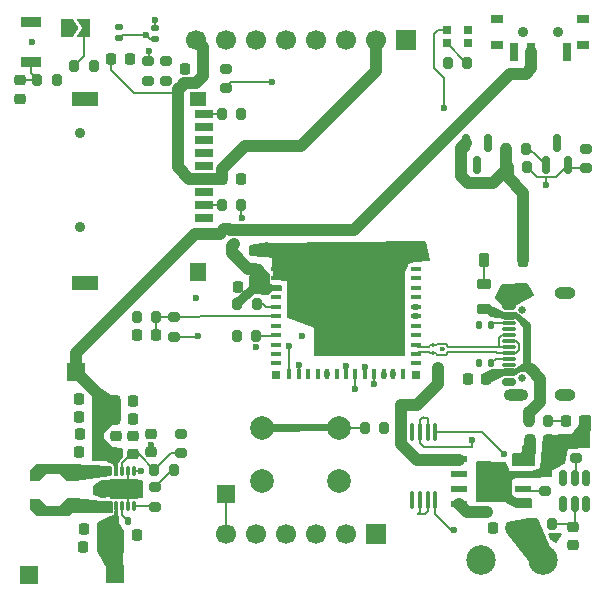
<source format=gbr>
%TF.GenerationSoftware,KiCad,Pcbnew,9.0.1*%
%TF.CreationDate,2025-09-05T18:40:03+02:00*%
%TF.ProjectId,cartouche v1,63617274-6f75-4636-9865-2076312e6b69,rev?*%
%TF.SameCoordinates,Original*%
%TF.FileFunction,Copper,L1,Top*%
%TF.FilePolarity,Positive*%
%FSLAX46Y46*%
G04 Gerber Fmt 4.6, Leading zero omitted, Abs format (unit mm)*
G04 Created by KiCad (PCBNEW 9.0.1) date 2025-09-05 18:40:03*
%MOMM*%
%LPD*%
G01*
G04 APERTURE LIST*
G04 Aperture macros list*
%AMRoundRect*
0 Rectangle with rounded corners*
0 $1 Rounding radius*
0 $2 $3 $4 $5 $6 $7 $8 $9 X,Y pos of 4 corners*
0 Add a 4 corners polygon primitive as box body*
4,1,4,$2,$3,$4,$5,$6,$7,$8,$9,$2,$3,0*
0 Add four circle primitives for the rounded corners*
1,1,$1+$1,$2,$3*
1,1,$1+$1,$4,$5*
1,1,$1+$1,$6,$7*
1,1,$1+$1,$8,$9*
0 Add four rect primitives between the rounded corners*
20,1,$1+$1,$2,$3,$4,$5,0*
20,1,$1+$1,$4,$5,$6,$7,0*
20,1,$1+$1,$6,$7,$8,$9,0*
20,1,$1+$1,$8,$9,$2,$3,0*%
%AMFreePoly0*
4,1,11,1.015000,1.170000,0.435000,0.575000,0.435000,-0.575000,1.015000,-1.170000,1.015000,-1.945000,0.125000,-1.945000,-0.435000,-1.395000,-0.435000,1.395000,0.125000,1.945000,1.015000,1.945000,1.015000,1.170000,1.015000,1.170000,$1*%
%AMFreePoly1*
4,1,11,0.435000,1.395000,0.435000,-1.395000,-0.125000,-1.945000,-1.015000,-1.945000,-1.015000,-1.170000,-0.435000,-0.575000,-0.435000,0.575000,-1.015000,1.170000,-1.015000,1.945000,-0.125000,1.945000,0.435000,1.395000,0.435000,1.395000,$1*%
%AMFreePoly2*
4,1,6,1.000000,0.000000,0.500000,-0.750000,-0.500000,-0.750000,-0.500000,0.750000,0.500000,0.750000,1.000000,0.000000,1.000000,0.000000,$1*%
%AMFreePoly3*
4,1,6,0.500000,-0.750000,-0.650000,-0.750000,-0.150000,0.000000,-0.650000,0.750000,0.500000,0.750000,0.500000,-0.750000,0.500000,-0.750000,$1*%
G04 Aperture macros list end*
%TA.AperFunction,Conductor*%
%ADD10C,0.200000*%
%TD*%
%TA.AperFunction,NonConductor*%
%ADD11C,0.200000*%
%TD*%
%TA.AperFunction,ComponentPad*%
%ADD12C,0.650000*%
%TD*%
%TA.AperFunction,SMDPad,CuDef*%
%ADD13RoundRect,0.150000X0.425000X-0.150000X0.425000X0.150000X-0.425000X0.150000X-0.425000X-0.150000X0*%
%TD*%
%TA.AperFunction,SMDPad,CuDef*%
%ADD14RoundRect,0.075000X0.500000X-0.075000X0.500000X0.075000X-0.500000X0.075000X-0.500000X-0.075000X0*%
%TD*%
%TA.AperFunction,HeatsinkPad*%
%ADD15O,2.100000X1.000000*%
%TD*%
%TA.AperFunction,HeatsinkPad*%
%ADD16O,1.800000X1.000000*%
%TD*%
%TA.AperFunction,SMDPad,CuDef*%
%ADD17R,1.000000X0.800000*%
%TD*%
%TA.AperFunction,ComponentPad*%
%ADD18C,0.900000*%
%TD*%
%TA.AperFunction,SMDPad,CuDef*%
%ADD19R,0.700000X1.500000*%
%TD*%
%TA.AperFunction,SMDPad,CuDef*%
%ADD20R,1.600000X0.700000*%
%TD*%
%TA.AperFunction,SMDPad,CuDef*%
%ADD21R,2.200000X1.200000*%
%TD*%
%TA.AperFunction,SMDPad,CuDef*%
%ADD22R,1.400000X1.600000*%
%TD*%
%TA.AperFunction,SMDPad,CuDef*%
%ADD23R,1.400000X1.200000*%
%TD*%
%TA.AperFunction,SMDPad,CuDef*%
%ADD24RoundRect,0.200000X0.200000X0.275000X-0.200000X0.275000X-0.200000X-0.275000X0.200000X-0.275000X0*%
%TD*%
%TA.AperFunction,SMDPad,CuDef*%
%ADD25RoundRect,0.200000X-0.200000X-0.275000X0.200000X-0.275000X0.200000X0.275000X-0.200000X0.275000X0*%
%TD*%
%TA.AperFunction,SMDPad,CuDef*%
%ADD26RoundRect,0.200000X-0.275000X0.200000X-0.275000X-0.200000X0.275000X-0.200000X0.275000X0.200000X0*%
%TD*%
%TA.AperFunction,SMDPad,CuDef*%
%ADD27RoundRect,0.135000X0.135000X0.185000X-0.135000X0.185000X-0.135000X-0.185000X0.135000X-0.185000X0*%
%TD*%
%TA.AperFunction,SMDPad,CuDef*%
%ADD28RoundRect,0.200000X0.275000X-0.200000X0.275000X0.200000X-0.275000X0.200000X-0.275000X-0.200000X0*%
%TD*%
%TA.AperFunction,SMDPad,CuDef*%
%ADD29RoundRect,0.075000X-0.075000X0.075000X-0.075000X-0.075000X0.075000X-0.075000X0.075000X0.075000X0*%
%TD*%
%TA.AperFunction,SMDPad,CuDef*%
%ADD30RoundRect,0.225000X0.225000X0.250000X-0.225000X0.250000X-0.225000X-0.250000X0.225000X-0.250000X0*%
%TD*%
%TA.AperFunction,SMDPad,CuDef*%
%ADD31RoundRect,0.225000X-0.225000X-0.250000X0.225000X-0.250000X0.225000X0.250000X-0.225000X0.250000X0*%
%TD*%
%TA.AperFunction,SMDPad,CuDef*%
%ADD32R,1.500000X1.500000*%
%TD*%
%TA.AperFunction,SMDPad,CuDef*%
%ADD33R,0.280000X0.280000*%
%TD*%
%TA.AperFunction,SMDPad,CuDef*%
%ADD34O,0.280000X0.850000*%
%TD*%
%TA.AperFunction,SMDPad,CuDef*%
%ADD35R,0.600000X0.230000*%
%TD*%
%TA.AperFunction,SMDPad,CuDef*%
%ADD36R,0.700000X0.250000*%
%TD*%
%TA.AperFunction,SMDPad,CuDef*%
%ADD37R,0.900000X0.650000*%
%TD*%
%TA.AperFunction,SMDPad,CuDef*%
%ADD38R,2.150000X1.700000*%
%TD*%
%TA.AperFunction,ComponentPad*%
%ADD39C,2.000000*%
%TD*%
%TA.AperFunction,SMDPad,CuDef*%
%ADD40RoundRect,0.225000X-0.250000X0.225000X-0.250000X-0.225000X0.250000X-0.225000X0.250000X0.225000X0*%
%TD*%
%TA.AperFunction,SMDPad,CuDef*%
%ADD41R,0.700000X0.700000*%
%TD*%
%TA.AperFunction,SMDPad,CuDef*%
%ADD42RoundRect,0.225000X0.225000X0.375000X-0.225000X0.375000X-0.225000X-0.375000X0.225000X-0.375000X0*%
%TD*%
%TA.AperFunction,SMDPad,CuDef*%
%ADD43FreePoly0,90.000000*%
%TD*%
%TA.AperFunction,SMDPad,CuDef*%
%ADD44FreePoly1,90.000000*%
%TD*%
%TA.AperFunction,SMDPad,CuDef*%
%ADD45RoundRect,0.150000X0.150000X-0.587500X0.150000X0.587500X-0.150000X0.587500X-0.150000X-0.587500X0*%
%TD*%
%TA.AperFunction,SMDPad,CuDef*%
%ADD46R,1.700000X0.900000*%
%TD*%
%TA.AperFunction,SMDPad,CuDef*%
%ADD47RoundRect,0.147500X0.172500X-0.147500X0.172500X0.147500X-0.172500X0.147500X-0.172500X-0.147500X0*%
%TD*%
%TA.AperFunction,SMDPad,CuDef*%
%ADD48RoundRect,0.218750X0.381250X-0.218750X0.381250X0.218750X-0.381250X0.218750X-0.381250X-0.218750X0*%
%TD*%
%TA.AperFunction,ComponentPad*%
%ADD49R,1.700000X1.700000*%
%TD*%
%TA.AperFunction,ComponentPad*%
%ADD50C,1.700000*%
%TD*%
%TA.AperFunction,SMDPad,CuDef*%
%ADD51R,1.454899X0.558000*%
%TD*%
%TA.AperFunction,SMDPad,CuDef*%
%ADD52R,2.514600X3.403600*%
%TD*%
%TA.AperFunction,SMDPad,CuDef*%
%ADD53RoundRect,0.135000X-0.135000X-0.185000X0.135000X-0.185000X0.135000X0.185000X-0.135000X0.185000X0*%
%TD*%
%TA.AperFunction,SMDPad,CuDef*%
%ADD54RoundRect,0.225000X0.250000X-0.225000X0.250000X0.225000X-0.250000X0.225000X-0.250000X-0.225000X0*%
%TD*%
%TA.AperFunction,SMDPad,CuDef*%
%ADD55RoundRect,0.150000X-0.150000X0.512500X-0.150000X-0.512500X0.150000X-0.512500X0.150000X0.512500X0*%
%TD*%
%TA.AperFunction,SMDPad,CuDef*%
%ADD56FreePoly2,0.000000*%
%TD*%
%TA.AperFunction,SMDPad,CuDef*%
%ADD57FreePoly3,0.000000*%
%TD*%
%TA.AperFunction,SMDPad,CuDef*%
%ADD58RoundRect,0.150000X-0.150000X0.587500X-0.150000X-0.587500X0.150000X-0.587500X0.150000X0.587500X0*%
%TD*%
%TA.AperFunction,SMDPad,CuDef*%
%ADD59R,0.812800X0.406400*%
%TD*%
%TA.AperFunction,SMDPad,CuDef*%
%ADD60R,0.406400X0.812800*%
%TD*%
%TA.AperFunction,SMDPad,CuDef*%
%ADD61R,1.447800X1.447800*%
%TD*%
%TA.AperFunction,SMDPad,CuDef*%
%ADD62R,0.711200X0.711200*%
%TD*%
%TA.AperFunction,SMDPad,CuDef*%
%ADD63RoundRect,0.100000X0.100000X-0.637500X0.100000X0.637500X-0.100000X0.637500X-0.100000X-0.637500X0*%
%TD*%
%TA.AperFunction,SMDPad,CuDef*%
%ADD64C,2.500000*%
%TD*%
%TA.AperFunction,SMDPad,CuDef*%
%ADD65RoundRect,0.218750X0.218750X0.256250X-0.218750X0.256250X-0.218750X-0.256250X0.218750X-0.256250X0*%
%TD*%
%TA.AperFunction,ViaPad*%
%ADD66C,0.600000*%
%TD*%
%TA.AperFunction,ViaPad*%
%ADD67C,0.450000*%
%TD*%
%TA.AperFunction,Conductor*%
%ADD68C,1.000000*%
%TD*%
%TA.AperFunction,Conductor*%
%ADD69C,0.500000*%
%TD*%
%TA.AperFunction,Conductor*%
%ADD70C,0.100000*%
%TD*%
G04 APERTURE END LIST*
D10*
%TO.N,GND*%
X148075000Y-99675000D02*
X146050000Y-99475000D01*
X145975000Y-99450000D01*
X146000000Y-98750000D01*
X147525000Y-98500000D01*
X148075000Y-99675000D01*
%TA.AperFunction,Conductor*%
G36*
X148075000Y-99675000D02*
G01*
X146050000Y-99475000D01*
X145975000Y-99450000D01*
X146000000Y-98750000D01*
X147525000Y-98500000D01*
X148075000Y-99675000D01*
G37*
%TD.AperFunction*%
X174700000Y-115800000D02*
X172850000Y-115895000D01*
X172550000Y-117125000D01*
X171425000Y-117700000D01*
X171425000Y-118225000D01*
X169775000Y-118350000D01*
X168400000Y-118350000D01*
X168100000Y-118550000D01*
X168100000Y-119825000D01*
X168525000Y-120200000D01*
X169800000Y-120175000D01*
X169800000Y-120825000D01*
X168450000Y-120825000D01*
X167550000Y-120325000D01*
X165225000Y-120350000D01*
X165200000Y-117075000D01*
X167600000Y-117100000D01*
X167925000Y-117900000D01*
X169825000Y-117850000D01*
X170625000Y-117600000D01*
X170900000Y-114850000D01*
X173250000Y-114750000D01*
X173900000Y-113875000D01*
X173900000Y-113225000D01*
X174725000Y-113175000D01*
X174700000Y-115800000D01*
%TA.AperFunction,Conductor*%
G36*
X174700000Y-115800000D02*
G01*
X172850000Y-115895000D01*
X172550000Y-117125000D01*
X171425000Y-117700000D01*
X171425000Y-118225000D01*
X169775000Y-118350000D01*
X168400000Y-118350000D01*
X168100000Y-118550000D01*
X168100000Y-119825000D01*
X168525000Y-120200000D01*
X169800000Y-120175000D01*
X169800000Y-120825000D01*
X168450000Y-120825000D01*
X167550000Y-120325000D01*
X165225000Y-120350000D01*
X165200000Y-117075000D01*
X167600000Y-117100000D01*
X167925000Y-117900000D01*
X169825000Y-117850000D01*
X170625000Y-117600000D01*
X170900000Y-114850000D01*
X173250000Y-114750000D01*
X173900000Y-113875000D01*
X173900000Y-113225000D01*
X174725000Y-113175000D01*
X174700000Y-115800000D01*
G37*
%TD.AperFunction*%
%TO.N,Vin*%
X134825000Y-122175000D02*
X135175000Y-122950000D01*
X135175000Y-123575000D01*
X135150000Y-125950000D01*
X133850000Y-125950000D01*
X133125000Y-124550000D01*
X133125000Y-122237500D01*
X134544066Y-121527967D01*
X134598134Y-120969216D01*
X134675000Y-120950000D01*
X134825000Y-122175000D01*
%TA.AperFunction,Conductor*%
G36*
X134825000Y-122175000D02*
G01*
X135175000Y-122950000D01*
X135175000Y-123575000D01*
X135150000Y-125950000D01*
X133850000Y-125950000D01*
X133125000Y-124550000D01*
X133125000Y-122237500D01*
X134544066Y-121527967D01*
X134598134Y-120969216D01*
X134675000Y-120950000D01*
X134825000Y-122175000D01*
G37*
%TD.AperFunction*%
%TO.N,GND*%
X161150000Y-99925000D02*
X159975000Y-100000000D01*
X159325000Y-100200000D01*
X159050000Y-100925000D01*
X159025000Y-108025000D01*
X151500000Y-108000000D01*
X151450000Y-105575000D01*
X149225000Y-104800000D01*
X149150000Y-101600000D01*
X148025000Y-101550000D01*
X148000000Y-101550000D01*
X147950000Y-99550000D01*
X147375000Y-98550000D01*
X160825000Y-98375000D01*
X161150000Y-99925000D01*
%TA.AperFunction,Conductor*%
G36*
X161150000Y-99925000D02*
G01*
X159975000Y-100000000D01*
X159325000Y-100200000D01*
X159050000Y-100925000D01*
X159025000Y-108025000D01*
X151500000Y-108000000D01*
X151450000Y-105575000D01*
X149225000Y-104800000D01*
X149150000Y-101600000D01*
X148025000Y-101550000D01*
X148000000Y-101550000D01*
X147950000Y-99550000D01*
X147375000Y-98550000D01*
X160825000Y-98375000D01*
X161150000Y-99925000D01*
G37*
%TD.AperFunction*%
%TO.N,Net-(R3-Pad2)*%
X152750000Y-114375000D02*
X147700000Y-114425000D01*
X147700000Y-113925000D01*
X152775000Y-113925000D01*
X152750000Y-114375000D01*
%TA.AperFunction,Conductor*%
G36*
X152750000Y-114375000D02*
G01*
X147700000Y-114425000D01*
X147700000Y-113925000D01*
X152775000Y-113925000D01*
X152750000Y-114375000D01*
G37*
%TD.AperFunction*%
%TO.N,Net-(C18-Pad2)*%
X168350000Y-109650000D02*
X167450000Y-109650000D01*
X166250000Y-110300000D01*
X165650000Y-110300000D01*
X165650000Y-109700000D01*
X166450000Y-109250000D01*
X168350000Y-109250000D01*
X168350000Y-109650000D01*
%TA.AperFunction,Conductor*%
G36*
X168350000Y-109650000D02*
G01*
X167450000Y-109650000D01*
X166250000Y-110300000D01*
X165650000Y-110300000D01*
X165650000Y-109700000D01*
X166450000Y-109250000D01*
X168350000Y-109250000D01*
X168350000Y-109650000D01*
G37*
%TD.AperFunction*%
%TO.N,3v3*%
X134750000Y-115900000D02*
X135100000Y-115900000D01*
X135100000Y-116650000D01*
X134750000Y-117150000D01*
X134750000Y-118150000D01*
X134500000Y-118150000D01*
X134500000Y-117400000D01*
X134368750Y-117137499D01*
X134030433Y-117002172D01*
X133900000Y-116850000D01*
X132700000Y-116850000D01*
X132700000Y-115850000D01*
X134650000Y-115850000D01*
X134750000Y-115900000D01*
%TA.AperFunction,Conductor*%
G36*
X134750000Y-115900000D02*
G01*
X135100000Y-115900000D01*
X135100000Y-116650000D01*
X134750000Y-117150000D01*
X134750000Y-118150000D01*
X134500000Y-118150000D01*
X134500000Y-117400000D01*
X134368750Y-117137499D01*
X134030433Y-117002172D01*
X133900000Y-116850000D01*
X132700000Y-116850000D01*
X132700000Y-115850000D01*
X134650000Y-115850000D01*
X134750000Y-115900000D01*
G37*
%TD.AperFunction*%
%TO.N,GND*%
X169925000Y-102925000D02*
X168227833Y-103873416D01*
X168250000Y-103875000D01*
X168225000Y-103875000D01*
X167525000Y-103875000D01*
X166800000Y-103050000D01*
X167325000Y-102050000D01*
X169450000Y-102000000D01*
X169925000Y-102925000D01*
%TA.AperFunction,Conductor*%
G36*
X169925000Y-102925000D02*
G01*
X168227833Y-103873416D01*
X168250000Y-103875000D01*
X168225000Y-103875000D01*
X167525000Y-103875000D01*
X166800000Y-103050000D01*
X167325000Y-102050000D01*
X169450000Y-102000000D01*
X169925000Y-102925000D01*
G37*
%TD.AperFunction*%
%TO.N,Net-(C18-Pad2)*%
X167450000Y-104450000D02*
X168450000Y-104400000D01*
X169700000Y-105350000D01*
X169650000Y-109050000D01*
X169200000Y-109350000D01*
X168850000Y-109350000D01*
X168350000Y-109650000D01*
X168250000Y-109300000D01*
X169200000Y-108715384D01*
X169200000Y-105629998D01*
X168490910Y-104850000D01*
X167450000Y-104850000D01*
X166400000Y-104650000D01*
X166150000Y-104350000D01*
X165350000Y-104350000D01*
X165350000Y-103800000D01*
X166200000Y-103800000D01*
X167450000Y-104450000D01*
%TA.AperFunction,Conductor*%
G36*
X167450000Y-104450000D02*
G01*
X168450000Y-104400000D01*
X169700000Y-105350000D01*
X169650000Y-109050000D01*
X169200000Y-109350000D01*
X168850000Y-109350000D01*
X168350000Y-109650000D01*
X168250000Y-109300000D01*
X169200000Y-108715384D01*
X169200000Y-105629998D01*
X168490910Y-104850000D01*
X167450000Y-104850000D01*
X166400000Y-104650000D01*
X166150000Y-104350000D01*
X165350000Y-104350000D01*
X165350000Y-103800000D01*
X166200000Y-103800000D01*
X167450000Y-104450000D01*
G37*
%TD.AperFunction*%
%TO.N,Net-(U_polux1-L2)*%
X134150000Y-117500000D02*
X134150000Y-118150000D01*
X131250000Y-118600000D01*
X130500000Y-118600000D01*
X130650000Y-117300000D01*
X130850000Y-117300000D01*
X134150000Y-117500000D01*
%TA.AperFunction,Conductor*%
G36*
X134150000Y-117500000D02*
G01*
X134150000Y-118150000D01*
X131250000Y-118600000D01*
X130500000Y-118600000D01*
X130650000Y-117300000D01*
X130850000Y-117300000D01*
X134150000Y-117500000D01*
G37*
%TD.AperFunction*%
%TO.N,GND*%
X134125000Y-119950000D02*
X133425000Y-119975000D01*
X132750000Y-119750000D01*
X132750000Y-119075000D01*
X133450000Y-118625000D01*
X134100000Y-118625000D01*
X134125000Y-119950000D01*
%TA.AperFunction,Conductor*%
G36*
X134125000Y-119950000D02*
G01*
X133425000Y-119975000D01*
X132750000Y-119750000D01*
X132750000Y-119075000D01*
X133450000Y-118625000D01*
X134100000Y-118625000D01*
X134125000Y-119950000D01*
G37*
%TD.AperFunction*%
%TO.N,Vout3v3*%
X147550000Y-101250000D02*
X147600000Y-102000000D01*
X147850000Y-102100000D01*
X148600000Y-102100000D01*
X148600000Y-102500000D01*
X147800000Y-102500000D01*
X147500000Y-102800000D01*
X146300000Y-102700000D01*
X145200000Y-103750000D01*
X144700000Y-103700000D01*
X144700000Y-103300000D01*
X146000000Y-102250000D01*
X146050000Y-100400000D01*
X146800000Y-100400000D01*
X147550000Y-101250000D01*
%TA.AperFunction,Conductor*%
G36*
X147550000Y-101250000D02*
G01*
X147600000Y-102000000D01*
X147850000Y-102100000D01*
X148600000Y-102100000D01*
X148600000Y-102500000D01*
X147800000Y-102500000D01*
X147500000Y-102800000D01*
X146300000Y-102700000D01*
X145200000Y-103750000D01*
X144700000Y-103700000D01*
X144700000Y-103300000D01*
X146000000Y-102250000D01*
X146050000Y-100400000D01*
X146800000Y-100400000D01*
X147550000Y-101250000D01*
G37*
%TD.AperFunction*%
%TO.N,Net-(U_polux1-L1)*%
X133350000Y-120450000D02*
X134250000Y-120450000D01*
X134250000Y-121250000D01*
X130450000Y-121250000D01*
X130500000Y-120150000D01*
X131200000Y-120150000D01*
X133350000Y-120450000D01*
%TA.AperFunction,Conductor*%
G36*
X133350000Y-120450000D02*
G01*
X134250000Y-120450000D01*
X134250000Y-121250000D01*
X130450000Y-121250000D01*
X130500000Y-120150000D01*
X131200000Y-120150000D01*
X133350000Y-120450000D01*
G37*
%TD.AperFunction*%
D11*
X170050000Y-117300000D02*
X168250000Y-117300000D01*
X168200000Y-116350000D01*
X170050000Y-116350000D01*
X170050000Y-117300000D01*
%TA.AperFunction,NonConductor*%
G36*
X170050000Y-117300000D02*
G01*
X168250000Y-117300000D01*
X168200000Y-116350000D01*
X170050000Y-116350000D01*
X170050000Y-117300000D01*
G37*
%TD.AperFunction*%
D10*
%TO.N,GND*%
X136850000Y-118625000D02*
X136825000Y-119975000D01*
X136125000Y-120050000D01*
X136100000Y-118550000D01*
X136850000Y-118625000D01*
%TA.AperFunction,Conductor*%
G36*
X136850000Y-118625000D02*
G01*
X136825000Y-119975000D01*
X136125000Y-120050000D01*
X136100000Y-118550000D01*
X136850000Y-118625000D01*
G37*
%TD.AperFunction*%
%TO.N,3v3*%
X134250000Y-111500000D02*
X133400000Y-111450000D01*
X133250000Y-110900000D01*
X134250000Y-111500000D01*
%TA.AperFunction,Conductor*%
G36*
X134250000Y-111500000D02*
G01*
X133400000Y-111450000D01*
X133250000Y-110900000D01*
X134250000Y-111500000D01*
G37*
%TD.AperFunction*%
D11*
X171875000Y-123825000D02*
X171475000Y-123600000D01*
X171275000Y-123150000D01*
X172300000Y-123125000D01*
X171875000Y-123825000D01*
%TA.AperFunction,NonConductor*%
G36*
X171875000Y-123825000D02*
G01*
X171475000Y-123600000D01*
X171275000Y-123150000D01*
X172300000Y-123125000D01*
X171875000Y-123825000D01*
G37*
%TD.AperFunction*%
D10*
%TO.N,OUT+*%
X171300000Y-124200000D02*
X170800000Y-125300000D01*
X169600000Y-125300000D01*
X167750000Y-122950000D01*
X167700000Y-122200000D01*
X169550000Y-121850000D01*
X170250000Y-121850000D01*
X171300000Y-124200000D01*
%TA.AperFunction,Conductor*%
G36*
X171300000Y-124200000D02*
G01*
X170800000Y-125300000D01*
X169600000Y-125300000D01*
X167750000Y-122950000D01*
X167700000Y-122200000D01*
X169550000Y-121850000D01*
X170250000Y-121850000D01*
X171300000Y-124200000D01*
G37*
%TD.AperFunction*%
%TD*%
D12*
%TO.P,USB-C,*%
%TO.N,*%
X168985000Y-109940000D03*
X168985000Y-104160000D03*
D13*
%TO.P,USB-C,A1,GND*%
%TO.N,GND*%
X167910000Y-110250000D03*
%TO.P,USB-C,A4,VBUS*%
%TO.N,Net-(C18-Pad2)*%
X167910000Y-109450000D03*
D14*
%TO.P,USB-C,A5,CC1*%
%TO.N,Net-(J1-CC1)*%
X167910000Y-108300000D03*
%TO.P,USB-C,A6,D+*%
%TO.N,D+*%
X167910000Y-107300000D03*
%TO.P,USB-C,A7,D-*%
%TO.N,D-*%
X167910000Y-106800000D03*
%TO.P,USB-C,A8,SBU1*%
%TO.N,unconnected-(J1-SBU1-PadA8)*%
X167910000Y-105800000D03*
D13*
%TO.P,USB-C,A9,VBUS*%
%TO.N,Net-(C18-Pad2)*%
X167910000Y-104650000D03*
%TO.P,USB-C,A12,GND*%
%TO.N,GND*%
X167910000Y-103850000D03*
%TO.P,USB-C,B1,GND*%
X167910000Y-103850000D03*
%TO.P,USB-C,B4,VBUS*%
%TO.N,Net-(C18-Pad2)*%
X167910000Y-104650000D03*
D14*
%TO.P,USB-C,B5,CC2*%
%TO.N,Net-(J1-CC2)*%
X167910000Y-105300000D03*
%TO.P,USB-C,B6,D+*%
%TO.N,D+*%
X167910000Y-106300000D03*
%TO.P,USB-C,B7,D-*%
%TO.N,D-*%
X167910000Y-107800000D03*
%TO.P,USB-C,B8,SBU2*%
%TO.N,unconnected-(J1-SBU2-PadB8)*%
X167910000Y-108800000D03*
D13*
%TO.P,USB-C,B9,VBUS*%
%TO.N,Net-(C18-Pad2)*%
X167910000Y-109450000D03*
%TO.P,USB-C,B12,GND*%
%TO.N,GND*%
X167910000Y-110250000D03*
D15*
%TO.P,USB-C,S1,SHIELD*%
X168485000Y-111370000D03*
D16*
X172665000Y-111370000D03*
D15*
X168485000Y-102730000D03*
D16*
X172665000Y-102730000D03*
%TD*%
D17*
%TO.P,switch_ON/OFF,*%
%TO.N,*%
X174200000Y-81710000D03*
X174200000Y-79500000D03*
D18*
X172050000Y-80600000D03*
X169050000Y-80600000D03*
D17*
X166900000Y-81710000D03*
X166900000Y-79500000D03*
D19*
%TO.P,switch_ON/OFF,1,1*%
%TO.N,Vout3v3*%
X172800000Y-82360000D03*
%TO.P,switch_ON/OFF,2,2*%
%TO.N,3v3*%
X169800000Y-82360000D03*
%TO.P,switch_ON/OFF,3,3*%
%TO.N,Vout3v3*%
X168300000Y-82360000D03*
%TD*%
D18*
%TO.P,MicroSD,*%
%TO.N,*%
X131587500Y-97150000D03*
X131587500Y-89150000D03*
D20*
%TO.P,MicroSD,1,1*%
%TO.N,unconnected-(U2-Pad1)*%
X142087500Y-96350000D03*
%TO.P,MicroSD,2,2*%
%TO.N,Net-(R18-Pad1)*%
X142087500Y-95250000D03*
%TO.P,MicroSD,3,3*%
%TO.N,SPI MOSI*%
X142087500Y-94150000D03*
%TO.P,MicroSD,4,4*%
%TO.N,Vout3v3*%
X142087500Y-93050000D03*
%TO.P,MicroSD,5,5*%
%TO.N,SPI SCK*%
X142087500Y-91950000D03*
%TO.P,MicroSD,6,6*%
%TO.N,GND*%
X142087500Y-90850000D03*
%TO.P,MicroSD,7,7*%
%TO.N,SPI MISO*%
X142087500Y-89750000D03*
%TO.P,MicroSD,8,8*%
%TO.N,unconnected-(U2-Pad8)*%
X142087500Y-88650000D03*
%TO.P,MicroSD,9,CD*%
%TO.N,Net-(U2-CD)*%
X142087500Y-87550000D03*
D21*
%TO.P,MicroSD,SH,SH*%
%TO.N,GND*%
X131987500Y-101850000D03*
D22*
X141587500Y-100950000D03*
D21*
X131987500Y-86350000D03*
D23*
X141587500Y-86350000D03*
%TD*%
D24*
%TO.P,R4,1,1*%
%TO.N,SW-reset*%
X129625000Y-84700000D03*
%TO.P,R4,2,2*%
%TO.N,Net-(C3-Pad1)*%
X127975000Y-84700000D03*
%TD*%
D25*
%TO.P,R13,1,1*%
%TO.N,Net-(U_polux1-FB)*%
X137875000Y-117700000D03*
%TO.P,R13,2,2*%
%TO.N,3v3*%
X139525000Y-117700000D03*
%TD*%
D26*
%TO.P,R24,1,1*%
%TO.N,Net-(U_TC4056A1-CHRG)*%
X138850000Y-83125000D03*
%TO.P,R24,2,2*%
%TO.N,Net-(LED2-K)*%
X138850000Y-84775000D03*
%TD*%
D27*
%TO.P,R16,1,1*%
%TO.N,Net-(J1-CC1)*%
X166410000Y-108650000D03*
%TO.P,R16,2,2*%
%TO.N,GND*%
X165390000Y-108650000D03*
%TD*%
D28*
%TO.P,R21,1,1*%
%TO.N,CS \u00C9cran*%
X143900000Y-85400000D03*
%TO.P,R21,2,2*%
%TO.N,Net-(U3-CS)*%
X143900000Y-83750000D03*
%TD*%
D29*
%TO.P,U1,1,D+*%
%TO.N,D+*%
X161475000Y-107150000D03*
%TO.P,U1,2,D-*%
%TO.N,D-*%
X161475000Y-107850000D03*
%TO.P,U1,3,GND*%
%TO.N,GND*%
X162325000Y-107500000D03*
%TD*%
D30*
%TO.P,C4,1,1*%
%TO.N,TENSION*%
X137975000Y-106300000D03*
%TO.P,C4,2,2*%
%TO.N,GND*%
X136425000Y-106300000D03*
%TD*%
D31*
%TO.P,C18,1,1*%
%TO.N,GND*%
X164425000Y-110000000D03*
%TO.P,C18,2,2*%
%TO.N,Net-(C18-Pad2)*%
X165975000Y-110000000D03*
%TD*%
D32*
%TO.P,GND,1,1*%
%TO.N,GND*%
X127300000Y-126600000D03*
%TD*%
D33*
%TO.P,U_polux1,1,L1*%
%TO.N,Net-(U_polux1-L1)*%
X134125000Y-121060000D03*
D34*
X134125000Y-120775000D03*
D33*
%TO.P,U_polux1,2,VIN*%
%TO.N,Vin*%
X134625000Y-121060000D03*
D34*
X134625000Y-120775000D03*
D33*
%TO.P,U_polux1,3,EN*%
%TO.N,Net-(U_polux1-EN)*%
X135125000Y-121060000D03*
D34*
X135125000Y-120775000D03*
D33*
%TO.P,U_polux1,4,PS/SYNC*%
%TO.N,GND*%
X135625000Y-121060000D03*
D34*
X135625000Y-120775000D03*
D33*
%TO.P,U_polux1,5,PG*%
%TO.N,Net-(U_polux1-PG)*%
X136125000Y-121060000D03*
D34*
X136125000Y-120775000D03*
%TO.P,U_polux1,6,VAUX*%
%TO.N,Net-(U_polux1-VAUX)*%
X136125000Y-117825000D03*
D33*
X136125000Y-117540000D03*
D34*
%TO.P,U_polux1,7,GND*%
%TO.N,GND*%
X135625000Y-117825000D03*
D33*
X135625000Y-117540000D03*
D34*
%TO.P,U_polux1,8,FB*%
%TO.N,Net-(U_polux1-FB)*%
X135125000Y-117825000D03*
D33*
X135125000Y-117540000D03*
D34*
%TO.P,U_polux1,9,VOUT*%
%TO.N,3v3*%
X134625000Y-117825000D03*
D33*
X134625000Y-117540000D03*
D34*
%TO.P,U_polux1,10,L2*%
%TO.N,Net-(U_polux1-L2)*%
X134125000Y-117825000D03*
D33*
X134125000Y-117540000D03*
D35*
%TO.P,U_polux1,11,PAD*%
%TO.N,GND*%
X133700000Y-119900000D03*
D36*
X133700000Y-119900000D03*
D35*
X136550000Y-119900000D03*
D36*
X136550000Y-119900000D03*
D37*
X134565000Y-119735000D03*
X135685000Y-119735000D03*
D35*
X133700000Y-119500000D03*
D36*
X133700000Y-119500000D03*
D35*
X136550000Y-119500000D03*
D36*
X136550000Y-119500000D03*
D38*
X135125000Y-119300000D03*
D35*
X133700000Y-119100000D03*
D36*
X133700000Y-119100000D03*
D35*
X136550000Y-119100000D03*
D36*
X136550000Y-119100000D03*
D37*
X134565000Y-118865000D03*
X135685000Y-118865000D03*
D35*
X133700000Y-118700000D03*
D36*
X133700000Y-118700000D03*
D35*
X136550000Y-118700000D03*
D36*
X136550000Y-118700000D03*
%TD*%
D31*
%TO.P,C12,1,1*%
%TO.N,GND*%
X131525000Y-116200000D03*
%TO.P,C12,2,2*%
%TO.N,3v3*%
X133075000Y-116200000D03*
%TD*%
D26*
%TO.P,R10,1,1*%
%TO.N,GND*%
X174400000Y-90500000D03*
%TO.P,R10,2,2*%
%TO.N,Net-(Q1-S)*%
X174400000Y-92150000D03*
%TD*%
D39*
%TO.P,S1,1,1*%
%TO.N,Net-(R3-Pad2)*%
X147024999Y-114150000D03*
X153524999Y-114150000D03*
%TO.P,S1,2,2*%
%TO.N,GND*%
X147024999Y-118650000D03*
X153524999Y-118650000D03*
%TD*%
D40*
%TO.P,C11,1,1*%
%TO.N,GND*%
X134600000Y-114825000D03*
%TO.P,C11,2,2*%
%TO.N,3v3*%
X134600000Y-116375000D03*
%TD*%
D31*
%TO.P,C15,1,1*%
%TO.N,GND*%
X131525000Y-113200000D03*
%TO.P,C15,2,2*%
%TO.N,3v3*%
X133075000Y-113200000D03*
%TD*%
D41*
%TO.P,LED_RGB1,1,DO*%
%TO.N,unconnected-(LED_RGB1-DO-Pad1)*%
X164465000Y-81600000D03*
%TO.P,LED_RGB1,2,GND*%
%TO.N,GND*%
X164465000Y-80500000D03*
%TO.P,LED_RGB1,3,DI*%
%TO.N,LEDrgb*%
X162635000Y-80500000D03*
%TO.P,LED_RGB1,4,VDD*%
%TO.N,Net-(LED_RGB1-VDD)*%
X162635000Y-81600000D03*
%TD*%
D42*
%TO.P,D1,1,C*%
%TO.N,Vin*%
X169100000Y-99900000D03*
%TO.P,D1,2,A*%
%TO.N,+5V*%
X165800000Y-99900000D03*
%TD*%
D43*
%TO.P,U_coil_polux1,1,1*%
%TO.N,Net-(U_polux1-L1)*%
X129300000Y-121165000D03*
D44*
%TO.P,U_coil_polux1,2,2*%
%TO.N,Net-(U_polux1-L2)*%
X129300000Y-117635000D03*
%TD*%
D45*
%TO.P,Q1,1,G*%
%TO.N,Net-(Q1-G)*%
X171000000Y-91900000D03*
%TO.P,Q1,2,S*%
%TO.N,Net-(Q1-S)*%
X172900000Y-91900000D03*
%TO.P,Q1,3,D*%
%TO.N,GND*%
X171950000Y-90025000D03*
%TD*%
D26*
%TO.P,R14,1,1*%
%TO.N,GND*%
X140100000Y-114650000D03*
%TO.P,R14,2,2*%
%TO.N,Net-(U_polux1-FB)*%
X140100000Y-116300000D03*
%TD*%
D25*
%TO.P,R18,1,1*%
%TO.N,Net-(R18-Pad1)*%
X143575000Y-95300000D03*
%TO.P,R18,2,2*%
%TO.N,CS_sdcard*%
X145225000Y-95300000D03*
%TD*%
D46*
%TO.P,SW1,1,1*%
%TO.N,GND*%
X127400000Y-79800000D03*
%TO.P,SW1,2,2*%
%TO.N,Net-(C3-Pad1)*%
X127400000Y-83200000D03*
%TD*%
D26*
%TO.P,R6,1,1*%
%TO.N,TENSION*%
X139500000Y-104775000D03*
%TO.P,R6,2,2*%
%TO.N,OUT+*%
X139500000Y-106425000D03*
%TD*%
D30*
%TO.P,C16,1,1*%
%TO.N,GND*%
X136075000Y-113400000D03*
%TO.P,C16,2,2*%
%TO.N,3v3*%
X134525000Y-113400000D03*
%TD*%
D47*
%TO.P,charge,1,A*%
%TO.N,+5V*%
X137950000Y-81235000D03*
%TO.P,charge,2,K*%
%TO.N,Net-(LED2-K)*%
X137950000Y-80265000D03*
%TD*%
D40*
%TO.P,C3,1,1*%
%TO.N,Net-(C3-Pad1)*%
X126500000Y-84725000D03*
%TO.P,C3,2,2*%
%TO.N,GND*%
X126500000Y-86275000D03*
%TD*%
D24*
%TO.P,R19,1,1*%
%TO.N,CD*%
X145225000Y-87600000D03*
%TO.P,R19,2,2*%
%TO.N,Net-(U2-CD)*%
X143575000Y-87600000D03*
%TD*%
D48*
%TO.P,L1,1,1*%
%TO.N,Net-(C18-Pad2)*%
X165800000Y-104112500D03*
%TO.P,L1,2,2*%
%TO.N,+5V*%
X165800000Y-101987500D03*
%TD*%
D24*
%TO.P,R3,1,1*%
%TO.N,SW-1*%
X157325000Y-114200000D03*
%TO.P,R3,2,2*%
%TO.N,Net-(R3-Pad2)*%
X155675000Y-114200000D03*
%TD*%
D32*
%TO.P,5V+1,1,1*%
%TO.N,+5V*%
X143900000Y-119750000D03*
%TD*%
D26*
%TO.P,R26,1,1*%
%TO.N,Net-(U_TC4056A1-STDBY)*%
X137350000Y-83125000D03*
%TO.P,R26,2,2*%
%TO.N,Net-(LED3-K)*%
X137350000Y-84775000D03*
%TD*%
D32*
%TO.P,VIN,1,1*%
%TO.N,Vin*%
X134500000Y-126500000D03*
%TD*%
D25*
%TO.P,R11,1,1*%
%TO.N,Vin*%
X167775000Y-92100000D03*
%TO.P,R11,2,2*%
%TO.N,Net-(Q1-S)*%
X169425000Y-92100000D03*
%TD*%
%TO.P,R1,1,1*%
%TO.N,Vout3v3*%
X144875000Y-103700000D03*
%TO.P,R1,2,2*%
%TO.N,GPIO2*%
X146525000Y-103700000D03*
%TD*%
D40*
%TO.P,C10,1,1*%
%TO.N,GND*%
X136100000Y-114825000D03*
%TO.P,C10,2,2*%
%TO.N,Net-(U_polux1-FB)*%
X136100000Y-116375000D03*
%TD*%
D30*
%TO.P,C7,1,1*%
%TO.N,GND*%
X136425000Y-123225000D03*
%TO.P,C7,2,2*%
%TO.N,Vin*%
X134875000Y-123225000D03*
%TD*%
D49*
%TO.P,SCREEN,1,GND*%
%TO.N,GND*%
X159164999Y-81300000D03*
D50*
%TO.P,SCREEN,2,VCC*%
%TO.N,Vout3v3*%
X156624999Y-81300000D03*
%TO.P,SCREEN,3,SCL*%
%TO.N,SPI SCK*%
X154084999Y-81300000D03*
%TO.P,SCREEN,4,SDA*%
%TO.N,SPI MOSI*%
X151544999Y-81300000D03*
%TO.P,SCREEN,5,RES*%
%TO.N,Net-(U3-RES)*%
X149004999Y-81300000D03*
%TO.P,SCREEN,6,DC*%
%TO.N,\u00C9cran D{slash}C*%
X146464999Y-81300000D03*
%TO.P,SCREEN,7,CS*%
%TO.N,Net-(U3-CS)*%
X143924999Y-81300000D03*
%TO.P,SCREEN,8,BLK*%
%TO.N,Vout3v3*%
X141384999Y-81300000D03*
%TD*%
D26*
%TO.P,R23,1,1*%
%TO.N,GND*%
X170978652Y-117870000D03*
%TO.P,R23,2,2*%
%TO.N,Net-(U_TC4056A1-PROG)*%
X170978652Y-119520000D03*
%TD*%
D51*
%TO.P,U_TC4056A1,1,TEMP*%
%TO.N,GND*%
X169121348Y-120605000D03*
D52*
X166400000Y-118700000D03*
D51*
%TO.P,U_TC4056A1,2,PROG*%
%TO.N,Net-(U_TC4056A1-PROG)*%
X169121348Y-119335000D03*
%TO.P,U_TC4056A1,3,GND*%
%TO.N,GND*%
X169121348Y-118065000D03*
%TO.P,U_TC4056A1,4,VCC*%
%TO.N,+5V*%
X169121348Y-116795000D03*
%TO.P,U_TC4056A1,5,BAT*%
%TO.N,OUT+*%
X163678652Y-116795000D03*
%TO.P,U_TC4056A1,6,STDBY*%
%TO.N,Net-(U_TC4056A1-STDBY)*%
X163678652Y-118065000D03*
%TO.P,U_TC4056A1,7,CHRG*%
%TO.N,Net-(U_TC4056A1-CHRG)*%
X163678652Y-119335000D03*
%TO.P,U_TC4056A1,8,CE*%
%TO.N,+5V*%
X163678652Y-120605000D03*
%TD*%
D53*
%TO.P,R15,1,1*%
%TO.N,GND*%
X165390000Y-105450000D03*
%TO.P,R15,2,2*%
%TO.N,Net-(J1-CC2)*%
X166410000Y-105450000D03*
%TD*%
D31*
%TO.P,C8,1,1*%
%TO.N,GND*%
X131875000Y-122725000D03*
%TO.P,C8,2,2*%
%TO.N,Vin*%
X133425000Y-122725000D03*
%TD*%
D40*
%TO.P,C1,1,1*%
%TO.N,GND*%
X146400000Y-99125000D03*
%TO.P,C1,2,2*%
%TO.N,Vout3v3*%
X146400000Y-100675000D03*
%TD*%
D24*
%TO.P,R20,1,1*%
%TO.N,SW-reset*%
X146500000Y-106400000D03*
%TO.P,R20,2,2*%
%TO.N,Net-(U3-RES)*%
X144850000Y-106400000D03*
%TD*%
%TO.P,R5,1*%
%TO.N,Boot Mode Select*%
X132725000Y-83550000D03*
%TO.P,R5,2*%
%TO.N,Net-(BMS1-B)*%
X131075000Y-83550000D03*
%TD*%
D31*
%TO.P,C6,1,1*%
%TO.N,GND*%
X131850000Y-124225000D03*
%TO.P,C6,2,2*%
%TO.N,Vin*%
X133400000Y-124225000D03*
%TD*%
D54*
%TO.P,C22,1,1*%
%TO.N,GND*%
X173300000Y-124075000D03*
%TO.P,C22,2,2*%
%TO.N,VCCfhd*%
X173300000Y-122525000D03*
%TD*%
D49*
%TO.P,J2,1,Pin_1*%
%TO.N,GND*%
X156624999Y-123100000D03*
D50*
%TO.P,J2,2,Pin_2*%
%TO.N,CS Console*%
X154084999Y-123100000D03*
%TO.P,J2,3,Pin_3*%
%TO.N,SPI MOSI*%
X151544999Y-123100000D03*
%TO.P,J2,4,Pin_4*%
%TO.N,SPI MISO*%
X149004999Y-123100000D03*
%TO.P,J2,5,Pin_5*%
%TO.N,SPI SCK*%
X146464999Y-123100000D03*
%TO.P,J2,6,Pin_6*%
%TO.N,+5V*%
X143924999Y-123100000D03*
%TD*%
D55*
%TO.P,U_DW01A1,1,OD*%
%TO.N,Net-(Q3-G2)*%
X174400000Y-118362500D03*
%TO.P,U_DW01A1,2,VM*%
%TO.N,Net-(U_DW01A1-VM)*%
X173450000Y-118362500D03*
%TO.P,U_DW01A1,3,OC*%
%TO.N,Net-(Q3-G1)*%
X172500000Y-118362500D03*
%TO.P,U_DW01A1,4,NC*%
%TO.N,unconnected-(U_DW01A1-NC-Pad4)*%
X172500000Y-120637500D03*
%TO.P,U_DW01A1,5,VCC*%
%TO.N,VCCfhd*%
X173450000Y-120637500D03*
%TO.P,U_DW01A1,6,GND*%
%TO.N,GND*%
X174400000Y-120637500D03*
%TD*%
D31*
%TO.P,C2,1,1*%
%TO.N,GND*%
X144925000Y-102200000D03*
%TO.P,C2,2,2*%
%TO.N,Vout3v3*%
X146475000Y-102200000D03*
%TD*%
%TO.P,C13,1,1*%
%TO.N,GND*%
X131525000Y-111700000D03*
%TO.P,C13,2,2*%
%TO.N,3v3*%
X133075000Y-111700000D03*
%TD*%
D56*
%TO.P,BMS,1,A*%
%TO.N,Vout3v3*%
X130500000Y-80300000D03*
D57*
%TO.P,BMS,2,B*%
%TO.N,Net-(BMS1-B)*%
X131950000Y-80300000D03*
%TD*%
D53*
%TO.P,R8,1,1*%
%TO.N,Vin*%
X134615000Y-122000000D03*
%TO.P,R8,2,2*%
%TO.N,Net-(U_polux1-EN)*%
X135635000Y-122000000D03*
%TD*%
D25*
%TO.P,R7,1,1*%
%TO.N,Vout3v3*%
X162725000Y-83250000D03*
%TO.P,R7,2,2*%
%TO.N,Net-(LED_RGB1-VDD)*%
X164375000Y-83250000D03*
%TD*%
D58*
%TO.P,Q2,1,G*%
%TO.N,Net-(Q1-S)*%
X166150000Y-90000000D03*
%TO.P,Q2,2,S*%
%TO.N,Vin*%
X164250000Y-90000000D03*
%TO.P,Q2,3,D*%
%TO.N,OUT+*%
X165200000Y-91875000D03*
%TD*%
D25*
%TO.P,R2,1,1*%
%TO.N,GND*%
X136375000Y-104800000D03*
%TO.P,R2,2,2*%
%TO.N,TENSION*%
X138025000Y-104800000D03*
%TD*%
D26*
%TO.P,R12,1,1*%
%TO.N,3v3*%
X137900000Y-119175000D03*
%TO.P,R12,2,2*%
%TO.N,Net-(U_polux1-PG)*%
X137900000Y-120825000D03*
%TD*%
D31*
%TO.P,C23,1,1*%
%TO.N,GND*%
X166550000Y-122600000D03*
%TO.P,C23,2,2*%
%TO.N,OUT+*%
X168100000Y-122600000D03*
%TD*%
D59*
%TO.P,ESP32-C3,1,GND*%
%TO.N,GND*%
X148200002Y-100700000D03*
%TO.P,ESP32-C3,2,GND*%
X148200002Y-101500001D03*
%TO.P,ESP32-C3,3,3V3*%
%TO.N,Vout3v3*%
X148200002Y-102300000D03*
%TO.P,ESP32-C3,4,NC*%
%TO.N,unconnected-(ESP32-C1-NC-Pad4)*%
X148200002Y-103100001D03*
%TO.P,ESP32-C3,5,IO2*%
%TO.N,GPIO2*%
X148200002Y-103899999D03*
%TO.P,ESP32-C3,6,IO3*%
%TO.N,TENSION*%
X148200002Y-104700000D03*
%TO.P,ESP32-C3,7,NC*%
%TO.N,unconnected-(ESP32-C1-NC-Pad7)*%
X148200002Y-105500001D03*
%TO.P,ESP32-C3,8,EN*%
%TO.N,SW-reset*%
X148200002Y-106299999D03*
%TO.P,ESP32-C3,9,NC*%
%TO.N,unconnected-(ESP32-C1-NC-Pad9)*%
X148200002Y-107100000D03*
%TO.P,ESP32-C3,10,NC*%
%TO.N,unconnected-(ESP32-C1-NC-Pad10)*%
X148200002Y-107899999D03*
%TO.P,ESP32-C3,11,GND*%
%TO.N,GND*%
X148200002Y-108700000D03*
D60*
%TO.P,ESP32-C3,12,IO0*%
%TO.N,\u00C9cran D{slash}C*%
X149299999Y-109600000D03*
%TO.P,ESP32-C3,13,IO1*%
%TO.N,CS \u00C9cran*%
X150100000Y-109600000D03*
%TO.P,ESP32-C3,14,GND*%
%TO.N,GND*%
X150900001Y-109600000D03*
%TO.P,ESP32-C3,15,NC*%
%TO.N,unconnected-(ESP32-C1-NC-Pad15)*%
X151700000Y-109600000D03*
%TO.P,ESP32-C3,16,IO10*%
%TO.N,CS_sdcard*%
X152500001Y-109600000D03*
%TO.P,ESP32-C3,17,NC*%
%TO.N,unconnected-(ESP32-C1-NC-Pad17)*%
X153299999Y-109600000D03*
%TO.P,ESP32-C3,18,IO4*%
%TO.N,CS Console*%
X154100000Y-109600000D03*
%TO.P,ESP32-C3,19,IO5*%
%TO.N,SPI MOSI*%
X154900001Y-109600000D03*
%TO.P,ESP32-C3,20,IO6*%
%TO.N,SPI SCK*%
X155699999Y-109600000D03*
%TO.P,ESP32-C3,21,IO7*%
%TO.N,SPI MISO*%
X156500000Y-109600000D03*
%TO.P,ESP32-C3,22,IO8*%
%TO.N,CD*%
X157299999Y-109600000D03*
%TO.P,ESP32-C3,23,IO9*%
%TO.N,Boot Mode Select*%
X158100000Y-109600000D03*
%TO.P,ESP32-C3,24,NC*%
%TO.N,unconnected-(ESP32-C1-NC-Pad24)*%
X158899998Y-109600000D03*
D59*
%TO.P,ESP32-C3,25,NC*%
%TO.N,unconnected-(ESP32-C1-NC-Pad25)*%
X159999998Y-108700000D03*
%TO.P,ESP32-C3,26,IO18*%
%TO.N,D-*%
X159999998Y-107899999D03*
%TO.P,ESP32-C3,27,IO19*%
%TO.N,D+*%
X159999998Y-107100000D03*
%TO.P,ESP32-C3,28,NC*%
%TO.N,unconnected-(ESP32-C1-NC-Pad28)*%
X159999998Y-106299999D03*
%TO.P,ESP32-C3,29,NC*%
%TO.N,unconnected-(ESP32-C1-NC-Pad29)*%
X159999998Y-105500001D03*
%TO.P,ESP32-C3,30,RXD0*%
%TO.N,SW-1*%
X159999998Y-104700000D03*
%TO.P,ESP32-C3,31,TXD0*%
%TO.N,LEDrgb*%
X159999998Y-103899999D03*
%TO.P,ESP32-C3,32,NC*%
%TO.N,unconnected-(ESP32-C1-NC-Pad32)*%
X159999998Y-103100001D03*
%TO.P,ESP32-C3,33,NC*%
%TO.N,unconnected-(ESP32-C1-NC-Pad33)*%
X159999998Y-102300000D03*
%TO.P,ESP32-C3,34,NC*%
%TO.N,unconnected-(ESP32-C1-NC-Pad34)*%
X159999998Y-101500001D03*
%TO.P,ESP32-C3,35,NC*%
%TO.N,unconnected-(ESP32-C1-NC-Pad35)*%
X159999998Y-100700000D03*
D60*
%TO.P,ESP32-C3,36,GND*%
%TO.N,GND*%
X158900001Y-99800000D03*
%TO.P,ESP32-C3,37,GND*%
X158100000Y-99800000D03*
%TO.P,ESP32-C3,38,GND*%
X157299999Y-99800000D03*
%TO.P,ESP32-C3,39,GND*%
X156500000Y-99800000D03*
%TO.P,ESP32-C3,40,GND*%
X155699999Y-99800000D03*
%TO.P,ESP32-C3,41,GND*%
X154900001Y-99800000D03*
%TO.P,ESP32-C3,42,GND*%
X154100000Y-99800000D03*
%TO.P,ESP32-C3,43,GND*%
X153299999Y-99800000D03*
%TO.P,ESP32-C3,44,GND*%
X152500001Y-99800000D03*
%TO.P,ESP32-C3,45,GND*%
X151700000Y-99800000D03*
%TO.P,ESP32-C3,46,GND*%
X150900001Y-99800000D03*
%TO.P,ESP32-C3,47,GND*%
X150100000Y-99800000D03*
%TO.P,ESP32-C3,48,GND*%
X149300002Y-99800000D03*
D61*
%TO.P,ESP32-C3,49,GND*%
X152125000Y-102725000D03*
X152125000Y-104700000D03*
X152125000Y-106675000D03*
X154100000Y-102725000D03*
X154100000Y-104700000D03*
X154100000Y-106675000D03*
X156075000Y-102725000D03*
X156075000Y-104700000D03*
X156075000Y-106675000D03*
D62*
%TO.P,ESP32-C3,50,GND*%
X160050000Y-99750000D03*
%TO.P,ESP32-C3,51,GND*%
X160050000Y-109650000D03*
%TO.P,ESP32-C3,52,GND*%
X148150000Y-109650000D03*
%TO.P,ESP32-C3,53,GND*%
X148150000Y-99750000D03*
%TD*%
D30*
%TO.P,C5,1,1*%
%TO.N,GND*%
X135775000Y-82900000D03*
%TO.P,C5,2,2*%
%TO.N,Vout3v3*%
X134225000Y-82900000D03*
%TD*%
D63*
%TO.P,Q3,1,D12*%
%TO.N,unconnected-(Q3-D12-Pad1)*%
X159703652Y-120262500D03*
%TO.P,Q3,2,S1*%
%TO.N,GND*%
X160353652Y-120262500D03*
%TO.P,Q3,3,S1*%
X161003652Y-120262500D03*
%TO.P,Q3,4,G1*%
%TO.N,Net-(Q3-G1)*%
X161653652Y-120262500D03*
%TO.P,Q3,5,G2*%
%TO.N,Net-(Q3-G2)*%
X161653652Y-114537500D03*
%TO.P,Q3,6,S2*%
%TO.N,GND*%
X161003652Y-114537500D03*
%TO.P,Q3,7,S2*%
X160353652Y-114537500D03*
%TO.P,Q3,8,D12*%
%TO.N,unconnected-(Q3-D12-Pad8)*%
X159703652Y-114537500D03*
%TD*%
D28*
%TO.P,R22,1,1*%
%TO.N,Net-(U_DW01A1-VM)*%
X173578652Y-116720000D03*
%TO.P,R22,2,2*%
%TO.N,GND*%
X173578652Y-115070000D03*
%TD*%
D31*
%TO.P,C19,1*%
%TO.N,Vout3v3*%
X143625000Y-93100000D03*
%TO.P,C19,2*%
%TO.N,GND*%
X145175000Y-93100000D03*
%TD*%
D25*
%TO.P,R25,1,1*%
%TO.N,OUT+*%
X169850000Y-122300000D03*
%TO.P,R25,2,2*%
%TO.N,VCCfhd*%
X171500000Y-122300000D03*
%TD*%
D32*
%TO.P,3V3,1,1*%
%TO.N,3v3*%
X131200000Y-109400000D03*
%TD*%
D25*
%TO.P,R9,1,1*%
%TO.N,Vin*%
X167675000Y-90500000D03*
%TO.P,R9,2,2*%
%TO.N,Net-(Q1-G)*%
X169325000Y-90500000D03*
%TD*%
%TO.P,R17,1,1*%
%TO.N,Net-(C18-Pad2)*%
X169550000Y-113600000D03*
%TO.P,R17,2,2*%
%TO.N,Net-(LED1-+)*%
X171200000Y-113600000D03*
%TD*%
D30*
%TO.P,C14,1,1*%
%TO.N,GND*%
X136075000Y-111900000D03*
%TO.P,C14,2,2*%
%TO.N,3v3*%
X134525000Y-111900000D03*
%TD*%
D64*
%TO.P,BAT-,1,1*%
%TO.N,GND*%
X165500000Y-125300000D03*
%TD*%
%TO.P,BAT+,1,1*%
%TO.N,OUT+*%
X170800000Y-125300000D03*
%TD*%
D31*
%TO.P,C17,1,1*%
%TO.N,GND*%
X131550000Y-114700000D03*
%TO.P,C17,2,2*%
%TO.N,3v3*%
X133100000Y-114700000D03*
%TD*%
%TO.P,C20,1*%
%TO.N,GND*%
X140425000Y-83800000D03*
%TO.P,C20,2*%
%TO.N,Vout3v3*%
X141975000Y-83800000D03*
%TD*%
D54*
%TO.P,C9,1,1*%
%TO.N,Net-(U_polux1-VAUX)*%
X137600000Y-116200000D03*
%TO.P,C9,2,2*%
%TO.N,GND*%
X137600000Y-114650000D03*
%TD*%
D31*
%TO.P,C21,1,1*%
%TO.N,+5V*%
X169703652Y-115195000D03*
%TO.P,C21,2,2*%
%TO.N,GND*%
X171253652Y-115195000D03*
%TD*%
D47*
%TO.P,charged,1,A*%
%TO.N,+5V*%
X134900000Y-81185000D03*
%TO.P,charged,2,K*%
%TO.N,Net-(LED3-K)*%
X134900000Y-80215000D03*
%TD*%
D65*
%TO.P,LED1,1,-*%
%TO.N,GND*%
X174287500Y-113600000D03*
%TO.P,LED1,2,+*%
%TO.N,Net-(LED1-+)*%
X172712500Y-113600000D03*
%TD*%
D66*
%TO.N,Vin*%
X133400000Y-124225000D03*
X134500000Y-126500000D03*
X134225000Y-126825000D03*
%TO.N,GND*%
X165500000Y-125300000D03*
X140425000Y-83800000D03*
X164725000Y-115200000D03*
X142087500Y-90850000D03*
X127525000Y-81450000D03*
X135775000Y-82900000D03*
D67*
X162200000Y-107500000D03*
D66*
X141425000Y-103125000D03*
%TO.N,OUT+*%
X141600000Y-106400000D03*
X165200000Y-91875000D03*
X161900000Y-109100000D03*
X163700000Y-116900000D03*
X170800000Y-125300000D03*
%TO.N,+5V*%
X137200000Y-80900000D03*
X166050000Y-121250000D03*
X169700000Y-115200000D03*
X165750000Y-102050000D03*
%TO.N,Vout3v3*%
X162725000Y-83250000D03*
X142100000Y-93050000D03*
X130600000Y-80300000D03*
X134225000Y-82900000D03*
X144600000Y-98400000D03*
X172800000Y-82360000D03*
X168300000Y-82400000D03*
%TO.N,Vin*%
X134875000Y-123225000D03*
X164250000Y-90000000D03*
X167800000Y-92100000D03*
%TO.N,Net-(U_polux1-VAUX)*%
X136700000Y-117800000D03*
X137600000Y-115600000D03*
%TO.N,SPI MOSI*%
X142100000Y-94200000D03*
X154825999Y-110825000D03*
%TO.N,SPI MISO*%
X142087500Y-89750000D03*
X156500000Y-110400000D03*
%TO.N,SPI SCK*%
X142087500Y-91950000D03*
X155700000Y-109000000D03*
%TO.N,CS Console*%
X154100000Y-108900000D03*
%TO.N,LEDrgb*%
X160000000Y-103900000D03*
X162400000Y-87050000D03*
%TO.N,Net-(Q3-G2)*%
X167500000Y-116400000D03*
X174400000Y-118362500D03*
%TO.N,Net-(Q3-G1)*%
X163200000Y-122800000D03*
X172500000Y-118362500D03*
%TO.N,Net-(U_TC4056A1-CHRG)*%
X138850000Y-83125000D03*
X163700000Y-119356348D03*
%TO.N,Net-(U_TC4056A1-STDBY)*%
X163678652Y-118065000D03*
X137400000Y-82202767D03*
%TO.N,CS_sdcard*%
X145300000Y-96400000D03*
X152500000Y-109600000D03*
%TO.N,CD*%
X157300000Y-109700000D03*
X145200000Y-87600000D03*
%TO.N,Boot Mode Select*%
X132725000Y-83550000D03*
X158100000Y-109600000D03*
%TO.N,CS \u00C9cran*%
X147800000Y-84900000D03*
X150100000Y-108800000D03*
%TO.N,SW-reset*%
X129615472Y-84755913D03*
X146500000Y-107300000D03*
%TO.N,Net-(LED2-K)*%
X137950000Y-79600000D03*
X138850000Y-84800000D03*
%TO.N,SW-1*%
X160000000Y-104700000D03*
X157300000Y-114200000D03*
%TO.N,Net-(LED3-K)*%
X134900000Y-80215000D03*
X137350000Y-84750000D03*
%TO.N,Net-(Q1-S)*%
X166150000Y-89950000D03*
X171050000Y-93550000D03*
%TO.N,\u00C9cran D{slash}C*%
X149300000Y-107200000D03*
%TO.N,Net-(U2-CD)*%
X142087500Y-87550000D03*
%TO.N,Net-(U3-RES)*%
X144900000Y-106500000D03*
X150400000Y-106400000D03*
%TO.N,Net-(U3-CS)*%
X143900000Y-83700000D03*
%TO.N,3v3*%
X134612500Y-116387500D03*
X137900000Y-119200000D03*
%TD*%
D10*
%TO.N,GND*%
X173578652Y-115070000D02*
X173578652Y-114308848D01*
X168260000Y-118065000D02*
X169121348Y-118065000D01*
X168025000Y-118300000D02*
X168260000Y-118065000D01*
X160975000Y-113275000D02*
X160675000Y-113275000D01*
X169121348Y-120605000D02*
X168780000Y-120605000D01*
X160725000Y-115800000D02*
X164725000Y-115800000D01*
X166775000Y-103150000D02*
X167195000Y-102730000D01*
X161003652Y-121221348D02*
X161003652Y-120262500D01*
X167195000Y-102730000D02*
X168485000Y-102730000D01*
X160625000Y-113225000D02*
X160353652Y-113496348D01*
X167910000Y-103850000D02*
X167475000Y-103850000D01*
X135625000Y-120775000D02*
X135625000Y-119795000D01*
X173578652Y-114308848D02*
X174287500Y-113600000D01*
X135625000Y-117825000D02*
X135625000Y-118805000D01*
X160353652Y-113496348D02*
X160353652Y-114537500D01*
X135625000Y-118805000D02*
X135685000Y-118865000D01*
X160353652Y-120262500D02*
X160353652Y-121296348D01*
X135625000Y-119795000D02*
X135685000Y-119735000D01*
X160353652Y-121296348D02*
X160175000Y-121475000D01*
X168025000Y-119850000D02*
X168025000Y-118300000D01*
X164725000Y-115800000D02*
X164725000Y-115200000D01*
X161003652Y-114537500D02*
X161003652Y-113303652D01*
X160675000Y-113275000D02*
X160625000Y-113225000D01*
X160353652Y-114537500D02*
X160353652Y-115428652D01*
X161003652Y-113303652D02*
X160975000Y-113275000D01*
X168780000Y-120605000D02*
X168025000Y-119850000D01*
X167475000Y-103850000D02*
X166775000Y-103150000D01*
X160750000Y-121475000D02*
X161003652Y-121221348D01*
X160353652Y-115428652D02*
X160725000Y-115800000D01*
X160175000Y-121475000D02*
X160750000Y-121475000D01*
%TO.N,OUT+*%
X141600000Y-106400000D02*
X141575000Y-106425000D01*
D68*
X158750000Y-112200000D02*
X160100000Y-112200000D01*
D10*
X168100000Y-122600000D02*
X170800000Y-125300000D01*
X141575000Y-106425000D02*
X139500000Y-106425000D01*
D68*
X160100000Y-116900000D02*
X158750000Y-115550000D01*
X161900000Y-110400000D02*
X161900000Y-109100000D01*
X163700000Y-116900000D02*
X160100000Y-116900000D01*
X160100000Y-112200000D02*
X161900000Y-110400000D01*
X169000000Y-123500000D02*
X168100000Y-122600000D01*
X170800000Y-125300000D02*
X170800000Y-124800000D01*
D10*
X169249000Y-123749000D02*
X170800000Y-125300000D01*
D68*
X169850000Y-123150000D02*
X169850000Y-122300000D01*
X169500000Y-123500000D02*
X169850000Y-123150000D01*
D10*
X163678652Y-116795000D02*
X163230203Y-116795000D01*
D68*
X170800000Y-124800000D02*
X169500000Y-123500000D01*
X158750000Y-115550000D02*
X158750000Y-112200000D01*
X169500000Y-123500000D02*
X169000000Y-123500000D01*
D10*
%TO.N,VCCfhd*%
X173450000Y-120861152D02*
X173678652Y-120632500D01*
X173300000Y-122525000D02*
X173450000Y-122375000D01*
X173450000Y-122375000D02*
X173450000Y-120861152D01*
X171500000Y-122300000D02*
X173075000Y-122300000D01*
X173075000Y-122300000D02*
X173300000Y-122525000D01*
%TO.N,+5V*%
X165800000Y-101987500D02*
X165800000Y-99900000D01*
D68*
X163678652Y-120605000D02*
X164323652Y-121250000D01*
X164323652Y-121250000D02*
X166050000Y-121250000D01*
D10*
X137200000Y-80900000D02*
X135185000Y-80900000D01*
X169121348Y-116795000D02*
X169121348Y-115777304D01*
X143900000Y-119750000D02*
X143900000Y-123075001D01*
X137535000Y-81235000D02*
X137950000Y-81235000D01*
D68*
X169700000Y-116216348D02*
X169121348Y-116795000D01*
D69*
X165750000Y-102050000D02*
X165800000Y-102000000D01*
D10*
X169121348Y-115777304D02*
X169703652Y-115195000D01*
X135185000Y-80900000D02*
X134900000Y-81185000D01*
D68*
X169700000Y-115200000D02*
X169700000Y-116216348D01*
D10*
X168672899Y-116795000D02*
X169121348Y-116795000D01*
X137200000Y-80900000D02*
X137535000Y-81235000D01*
X163678652Y-120605000D02*
X164157652Y-121084000D01*
X143900000Y-123075001D02*
X143924999Y-123100000D01*
D69*
X165800000Y-102000000D02*
X165800000Y-101987500D01*
D68*
%TO.N,Vout3v3*%
X156624999Y-83975001D02*
X150300000Y-90300000D01*
X145550000Y-90300000D02*
X143625000Y-92225000D01*
D10*
X168300000Y-82360000D02*
X168249000Y-82309000D01*
D68*
X143625000Y-92225000D02*
X143625000Y-93100000D01*
D10*
X168249000Y-82411000D02*
X168300000Y-82360000D01*
D68*
X146400000Y-100675000D02*
X145775000Y-100675000D01*
D10*
X144975000Y-103700000D02*
X146475000Y-102200000D01*
D68*
X139850000Y-92100000D02*
X139850000Y-87000000D01*
D69*
X141384999Y-81300000D02*
X141384999Y-80865001D01*
D68*
X142100000Y-93050000D02*
X143575000Y-93050000D01*
X141975000Y-83800000D02*
X141975000Y-81890001D01*
X140375000Y-84975000D02*
X141375000Y-84975000D01*
D69*
X142087500Y-93050000D02*
X140800000Y-93050000D01*
D10*
X142087500Y-93050000D02*
X142100000Y-93050000D01*
X146400000Y-100675000D02*
X146400000Y-102125000D01*
X144600000Y-98875000D02*
X144600000Y-98400000D01*
X139550000Y-85800000D02*
X139850000Y-85500000D01*
D68*
X139850000Y-87000000D02*
X139850000Y-85500000D01*
D10*
X148100002Y-102200000D02*
X148200002Y-102300000D01*
X168300000Y-82400000D02*
X168300000Y-82562000D01*
D68*
X139850000Y-85500000D02*
X140100000Y-85250000D01*
D10*
X172677215Y-82360000D02*
X172800000Y-82360000D01*
X136150000Y-85800000D02*
X139550000Y-85800000D01*
D68*
X144450000Y-99350000D02*
X144450000Y-98750000D01*
D10*
X144875000Y-103700000D02*
X144975000Y-103700000D01*
D68*
X140800000Y-93050000D02*
X139850000Y-92100000D01*
D69*
X142087500Y-93050000D02*
X143575000Y-93050000D01*
D68*
X156624999Y-81300000D02*
X156624999Y-83975001D01*
D10*
X146475000Y-102200000D02*
X148100002Y-102200000D01*
D68*
X144450000Y-98750000D02*
X144600000Y-98600000D01*
D10*
X142100000Y-93050000D02*
X141435500Y-93050000D01*
D68*
X141975000Y-84375000D02*
X141975000Y-83800000D01*
D69*
X143575000Y-93050000D02*
X143625000Y-93100000D01*
D68*
X150300000Y-90300000D02*
X145550000Y-90300000D01*
D10*
X168300000Y-82360000D02*
X168300000Y-82400000D01*
X134225000Y-82900000D02*
X134225000Y-83875000D01*
X146400000Y-102125000D02*
X146475000Y-102200000D01*
D68*
X140100000Y-85250000D02*
X140375000Y-84975000D01*
X145775000Y-100675000D02*
X144450000Y-99350000D01*
X141375000Y-84975000D02*
X141975000Y-84375000D01*
X141975000Y-81890001D02*
X141384999Y-81300000D01*
D10*
X146400000Y-100675000D02*
X144600000Y-98875000D01*
D68*
X142100000Y-93050000D02*
X140800000Y-93050000D01*
D10*
X134225000Y-83875000D02*
X136150000Y-85800000D01*
%TO.N,TENSION*%
X141750000Y-104700000D02*
X141675000Y-104775000D01*
X148200002Y-104700000D02*
X141750000Y-104700000D01*
X138025000Y-106250000D02*
X137975000Y-106300000D01*
X141675000Y-104775000D02*
X139500000Y-104775000D01*
X139475000Y-104800000D02*
X139500000Y-104775000D01*
X138025000Y-104800000D02*
X138025000Y-106250000D01*
X138025000Y-104800000D02*
X139475000Y-104800000D01*
D68*
%TO.N,Vin*%
X164400000Y-93400000D02*
X163800000Y-92800000D01*
X167675000Y-92000000D02*
X167775000Y-92100000D01*
X167800000Y-92100000D02*
X167800000Y-92150000D01*
X163800000Y-92800000D02*
X163800000Y-90450000D01*
D10*
X167675000Y-90500000D02*
X167525000Y-90500000D01*
D68*
X169100000Y-94250000D02*
X167775000Y-92925000D01*
X167800000Y-92150000D02*
X166550000Y-93400000D01*
X167675000Y-90500000D02*
X167675000Y-92000000D01*
X166550000Y-93400000D02*
X164400000Y-93400000D01*
X163800000Y-90450000D02*
X164250000Y-90000000D01*
X167775000Y-92925000D02*
X167775000Y-92100000D01*
X169100000Y-99900000D02*
X169100000Y-94250000D01*
D10*
X134900000Y-123200000D02*
X134875000Y-123225000D01*
%TO.N,Net-(U_polux1-VAUX)*%
X136150000Y-117800000D02*
X136125000Y-117825000D01*
X136700000Y-117800000D02*
X136150000Y-117800000D01*
%TO.N,Net-(U_polux1-FB)*%
X136100000Y-116375000D02*
X136550000Y-116375000D01*
X136550000Y-116375000D02*
X137875000Y-117700000D01*
X136100000Y-116375000D02*
X135908000Y-116375000D01*
X137875000Y-117700000D02*
X139275000Y-116300000D01*
X135908000Y-116375000D02*
X135125000Y-117158000D01*
X135125000Y-117158000D02*
X135125000Y-117540000D01*
X139275000Y-116300000D02*
X140100000Y-116300000D01*
%TO.N,Net-(C3-Pad1)*%
X127400000Y-83200000D02*
X127400000Y-84125000D01*
X127400000Y-84125000D02*
X127975000Y-84700000D01*
X127950000Y-84725000D02*
X127975000Y-84700000D01*
X126500000Y-84725000D02*
X127950000Y-84725000D01*
%TO.N,SPI MOSI*%
X151544999Y-123100000D02*
X151700000Y-123100000D01*
X154900001Y-110750998D02*
X154825999Y-110825000D01*
X151400000Y-123100000D02*
X151200000Y-123300000D01*
X154900001Y-109600000D02*
X154900001Y-110750998D01*
X151544999Y-123100000D02*
X151400000Y-123100000D01*
X154825999Y-110825000D02*
X154700000Y-110699001D01*
%TO.N,SPI MISO*%
X149200000Y-123100000D02*
X149300000Y-123200000D01*
X142087500Y-89750000D02*
X142150000Y-89687500D01*
X149004999Y-123100000D02*
X149200000Y-123100000D01*
X156500000Y-110400000D02*
X156500000Y-109600000D01*
%TO.N,SPI SCK*%
X146464999Y-123100000D02*
X146300000Y-123100000D01*
X146300000Y-123100000D02*
X146100000Y-123300000D01*
%TO.N,CS Console*%
X154500000Y-123100000D02*
X154084999Y-123100000D01*
X154084999Y-123100000D02*
X154084999Y-123115001D01*
X154084999Y-122915001D02*
X154100000Y-122900000D01*
X154100000Y-108900000D02*
X154100000Y-109600000D01*
X154084999Y-123184999D02*
X154200000Y-123300000D01*
X154084999Y-123100000D02*
X154084999Y-123184999D01*
X154084999Y-123100000D02*
X154400000Y-123100000D01*
X154400000Y-123100000D02*
X154500000Y-123000000D01*
X154500000Y-123100000D02*
X154700000Y-122900000D01*
X154084999Y-123100000D02*
X154084999Y-122915001D01*
X154084999Y-123115001D02*
X153800000Y-123400000D01*
%TO.N,Net-(BMS1-B)*%
X131950000Y-82675000D02*
X131075000Y-83550000D01*
X131950000Y-80300000D02*
X131950000Y-82675000D01*
%TO.N,LEDrgb*%
X162400000Y-84550000D02*
X161550000Y-83700000D01*
X162400000Y-87050000D02*
X162400000Y-84550000D01*
X161850000Y-80500000D02*
X162635000Y-80500000D01*
X161550000Y-80800000D02*
X161850000Y-80500000D01*
X161550000Y-83700000D02*
X161550000Y-80800000D01*
%TO.N,Net-(LED_RGB1-VDD)*%
X164375000Y-83250000D02*
X164285000Y-83250000D01*
X164285000Y-83250000D02*
X162635000Y-81600000D01*
%TO.N,Net-(Q3-G2)*%
X174628652Y-118357500D02*
X174628652Y-119019999D01*
X161653652Y-114537500D02*
X165637500Y-114537500D01*
X165637500Y-114537500D02*
X167500000Y-116400000D01*
%TO.N,Net-(Q3-G1)*%
X163000000Y-122800000D02*
X161653652Y-121453652D01*
X163200000Y-122800000D02*
X163000000Y-122800000D01*
X161653652Y-121453652D02*
X161653652Y-120262500D01*
%TO.N,Net-(J1-CC1)*%
X166760000Y-108300000D02*
X167910000Y-108300000D01*
X166410000Y-108650000D02*
X166760000Y-108300000D01*
%TO.N,Net-(J1-CC2)*%
X166410000Y-105450000D02*
X166560000Y-105300000D01*
X166560000Y-105300000D02*
X167910000Y-105300000D01*
%TO.N,Net-(U_TC4056A1-PROG)*%
X169306348Y-119520000D02*
X169121348Y-119335000D01*
X170978652Y-119520000D02*
X169306348Y-119520000D01*
%TO.N,Net-(U_DW01A1-VM)*%
X173550000Y-116748652D02*
X173578652Y-116720000D01*
X173550000Y-118228848D02*
X173550000Y-116748652D01*
X173678652Y-118357500D02*
X173550000Y-118228848D01*
%TO.N,Net-(U_TC4056A1-CHRG)*%
X163700000Y-119400000D02*
X163700000Y-119356348D01*
X163700000Y-119356348D02*
X163678652Y-119335000D01*
%TO.N,Net-(U_TC4056A1-STDBY)*%
X137400000Y-82202767D02*
X137400000Y-83075000D01*
X137400000Y-83075000D02*
X137350000Y-83125000D01*
%TO.N,Net-(C18-Pad2)*%
X169252008Y-109251000D02*
X168109000Y-109251000D01*
X168484999Y-104650000D02*
X169252008Y-105417009D01*
X169252008Y-105417009D02*
X169252008Y-109251000D01*
X167910000Y-104650000D02*
X168484999Y-104650000D01*
D68*
X169550000Y-113600000D02*
X169550000Y-112850000D01*
D10*
X165800000Y-104112500D02*
X166337500Y-104650000D01*
D68*
X169550000Y-112850000D02*
X169700000Y-112850000D01*
D10*
X165975000Y-110000000D02*
X166525000Y-109450000D01*
X169836000Y-109834992D02*
X169252008Y-109251000D01*
X169550000Y-113600000D02*
X169836000Y-113314000D01*
X166337500Y-104650000D02*
X167910000Y-104650000D01*
D68*
X169700000Y-112850000D02*
X170550000Y-112000000D01*
D10*
X168109000Y-109251000D02*
X167910000Y-109450000D01*
D68*
X170550000Y-112000000D02*
X170550000Y-109984720D01*
X170550000Y-109984720D02*
X169732640Y-109167360D01*
D10*
X166525000Y-109450000D02*
X167910000Y-109450000D01*
%TO.N,GPIO2*%
X147299999Y-103899999D02*
X148200002Y-103899999D01*
X147100000Y-103700000D02*
X147299999Y-103899999D01*
X146525000Y-103700000D02*
X147100000Y-103700000D01*
%TO.N,Net-(LED1-+)*%
X171200000Y-113600000D02*
X172712500Y-113600000D01*
%TO.N,CS_sdcard*%
X145225000Y-95300000D02*
X145225000Y-96325000D01*
X145225000Y-96325000D02*
X145300000Y-96400000D01*
%TO.N,Net-(U_polux1-EN)*%
X135635000Y-122000000D02*
X135125000Y-121490000D01*
X135125000Y-121490000D02*
X135125000Y-120775000D01*
%TO.N,Net-(U_polux1-PG)*%
X137900000Y-120825000D02*
X137850000Y-120775000D01*
X137850000Y-120775000D02*
X136125000Y-120775000D01*
%TO.N,CS \u00C9cran*%
X143900000Y-85400000D02*
X144400000Y-84900000D01*
X150100000Y-108800000D02*
X150100000Y-109600000D01*
X144400000Y-84900000D02*
X147800000Y-84900000D01*
%TO.N,SW-reset*%
X148100001Y-106400000D02*
X148200002Y-106299999D01*
X146500000Y-106400000D02*
X148100001Y-106400000D01*
%TO.N,Net-(LED2-K)*%
X138850000Y-84775000D02*
X138850000Y-84400000D01*
X137950000Y-80265000D02*
X137950000Y-79600000D01*
%TO.N,SW-1*%
X157325000Y-114200000D02*
X157300000Y-114200000D01*
%TO.N,Net-(LED3-K)*%
X137350000Y-84775000D02*
X137025000Y-84775000D01*
%TO.N,Net-(Q1-S)*%
X171050000Y-92938500D02*
X171861500Y-92938500D01*
X169425000Y-92100000D02*
X170263500Y-92938500D01*
X171861500Y-92938500D02*
X172900000Y-91900000D01*
X171050000Y-92938500D02*
X171050000Y-93550000D01*
X174400000Y-92150000D02*
X173150000Y-92150000D01*
X173150000Y-92150000D02*
X172900000Y-91900000D01*
X170263500Y-92938500D02*
X171050000Y-92938500D01*
%TO.N,Net-(Q1-G)*%
X169600000Y-90500000D02*
X170271554Y-91171554D01*
X170271554Y-91171554D02*
X170360851Y-91260851D01*
X170360851Y-91260851D02*
X171000000Y-91900000D01*
X169325000Y-90500000D02*
X169600000Y-90500000D01*
%TO.N,Net-(R3-Pad2)*%
X155625000Y-114150000D02*
X155675000Y-114200000D01*
X153524999Y-114150000D02*
X155625000Y-114150000D01*
X147024999Y-114150000D02*
X153524999Y-114150000D01*
%TO.N,D+*%
X161249999Y-107150000D02*
X161475000Y-107150000D01*
X167301176Y-106300000D02*
X167910000Y-106300000D01*
X161475000Y-107150000D02*
X161700001Y-107150000D01*
X167032206Y-107325000D02*
X167032206Y-106568970D01*
X167485000Y-107300000D02*
X167910000Y-107300000D01*
X161801001Y-107049000D02*
X162557824Y-107049000D01*
X161700001Y-107150000D02*
X161801001Y-107049000D01*
X160174998Y-107275000D02*
X161124999Y-107275000D01*
X159999998Y-107100000D02*
X160174998Y-107275000D01*
X162776000Y-107267176D02*
X162776000Y-107275000D01*
X161124999Y-107275000D02*
X161249999Y-107150000D01*
X160049998Y-107150000D02*
X159999998Y-107100000D01*
X167460000Y-107325000D02*
X167485000Y-107300000D01*
X162557824Y-107049000D02*
X162776000Y-107267176D01*
X166982206Y-107275000D02*
X167032206Y-107325000D01*
X167032206Y-107325000D02*
X167460000Y-107325000D01*
X162776000Y-107275000D02*
X166982206Y-107275000D01*
X167032206Y-106568970D02*
X167301176Y-106300000D01*
%TO.N,\u00C9cran D{slash}C*%
X149300000Y-107200000D02*
X149299999Y-107200001D01*
X149299999Y-107200001D02*
X149299999Y-109600000D01*
%TO.N,D-*%
X162776000Y-107732824D02*
X162776000Y-107725000D01*
X162776000Y-107725000D02*
X166810000Y-107725000D01*
X159999998Y-107899999D02*
X160174997Y-107725000D01*
X161700001Y-107850000D02*
X161801001Y-107951000D01*
X161425001Y-107899999D02*
X161475000Y-107850000D01*
X167460000Y-107775000D02*
X167485000Y-107800000D01*
X168518824Y-106800000D02*
X167910000Y-106800000D01*
X167485000Y-107800000D02*
X167910000Y-107800000D01*
X161124999Y-107725000D02*
X161249999Y-107850000D01*
X162557824Y-107951000D02*
X162776000Y-107732824D01*
X161801001Y-107951000D02*
X162557824Y-107951000D01*
X166810000Y-107725000D02*
X166860000Y-107775000D01*
X160174997Y-107725000D02*
X161124999Y-107725000D01*
X161475000Y-107850000D02*
X161700001Y-107850000D01*
X168786000Y-107532824D02*
X168786000Y-107067176D01*
X167910000Y-107800000D02*
X168518824Y-107800000D01*
X168518824Y-107800000D02*
X168786000Y-107532824D01*
X161249999Y-107850000D02*
X161475000Y-107850000D01*
X168786000Y-107067176D02*
X168518824Y-106800000D01*
X166860000Y-107775000D02*
X167460000Y-107775000D01*
%TO.N,Net-(U2-CD)*%
X142087500Y-87550000D02*
X143525000Y-87550000D01*
X143525000Y-87550000D02*
X143575000Y-87600000D01*
%TO.N,Net-(U_polux1-L2)*%
X131065000Y-117800000D02*
X134100000Y-117800000D01*
X134100000Y-117800000D02*
X134125000Y-117825000D01*
X130900000Y-117635000D02*
X131065000Y-117800000D01*
%TO.N,Net-(U_polux1-L1)*%
X133500000Y-121165000D02*
X133735000Y-121165000D01*
X130900000Y-121165000D02*
X133500000Y-121165000D01*
X133735000Y-121165000D02*
X134125000Y-120775000D01*
D68*
%TO.N,3v3*%
X134525000Y-113400000D02*
X134100000Y-113400000D01*
X144300000Y-97400000D02*
X154800000Y-97400000D01*
D10*
X133100000Y-114700000D02*
X133225000Y-114700000D01*
X134600000Y-116375000D02*
X134600000Y-116200000D01*
D68*
X134600000Y-116375000D02*
X134100000Y-116375000D01*
D10*
X169900000Y-82260000D02*
X169800000Y-82360000D01*
D68*
X133275000Y-111900000D02*
X133075000Y-111700000D01*
D10*
X143400000Y-97700000D02*
X141600000Y-97700000D01*
X139525000Y-117700000D02*
X139375000Y-117700000D01*
D68*
X133100000Y-115375000D02*
X134100000Y-116375000D01*
X133100000Y-114400000D02*
X134100000Y-113400000D01*
X133075000Y-113200000D02*
X133100000Y-113225000D01*
X133275000Y-113400000D02*
X133075000Y-113200000D01*
X169300000Y-84200000D02*
X169800000Y-83700000D01*
X131200000Y-109400000D02*
X131200000Y-107800000D01*
X134525000Y-113400000D02*
X134500000Y-113400000D01*
X169800000Y-83700000D02*
X169800000Y-82360000D01*
X133075000Y-111275000D02*
X131200000Y-109400000D01*
X143800000Y-97300000D02*
X144200000Y-97300000D01*
D10*
X134600000Y-116200000D02*
X133100000Y-114700000D01*
X134612500Y-116387500D02*
X134600000Y-116375000D01*
X134625000Y-117825000D02*
X134625000Y-116400000D01*
X134625000Y-116400000D02*
X134612500Y-116387500D01*
D68*
X154800000Y-97400000D02*
X168000000Y-84200000D01*
X134100000Y-113400000D02*
X133275000Y-113400000D01*
X134100000Y-116375000D02*
X134400000Y-116675000D01*
X133700000Y-112600000D02*
X133700000Y-112325000D01*
X133700000Y-112325000D02*
X133075000Y-111700000D01*
X141300000Y-97700000D02*
X143400000Y-97700000D01*
X133100000Y-114700000D02*
X133100000Y-116175000D01*
X133250000Y-116375000D02*
X134100000Y-116375000D01*
X134500000Y-113400000D02*
X133700000Y-112600000D01*
X133100000Y-116175000D02*
X133075000Y-116200000D01*
X133100000Y-113225000D02*
X133100000Y-114700000D01*
X133100000Y-114700000D02*
X133100000Y-114400000D01*
X133100000Y-114700000D02*
X133100000Y-115375000D01*
X133075000Y-111700000D02*
X133075000Y-111275000D01*
X143400000Y-97700000D02*
X143800000Y-97300000D01*
X134525000Y-113400000D02*
X134525000Y-111900000D01*
X168000000Y-84200000D02*
X169300000Y-84200000D01*
X134525000Y-111900000D02*
X133275000Y-111900000D01*
D10*
X139375000Y-117700000D02*
X137900000Y-119175000D01*
D68*
X144200000Y-97300000D02*
X144300000Y-97400000D01*
X134400000Y-116675000D02*
X134400000Y-116700000D01*
X133075000Y-116200000D02*
X133250000Y-116375000D01*
X133075000Y-111700000D02*
X133075000Y-113200000D01*
X131200000Y-107800000D02*
X141300000Y-97700000D01*
D70*
X134525000Y-111900000D02*
X134525000Y-111725000D01*
D10*
%TO.N,Net-(R18-Pad1)*%
X142087500Y-95212500D02*
X142100000Y-95200000D01*
X142087500Y-95250000D02*
X142087500Y-95212500D01*
X142200000Y-95300000D02*
X143575000Y-95300000D01*
X142100000Y-95200000D02*
X142200000Y-95300000D01*
%TD*%
M02*

</source>
